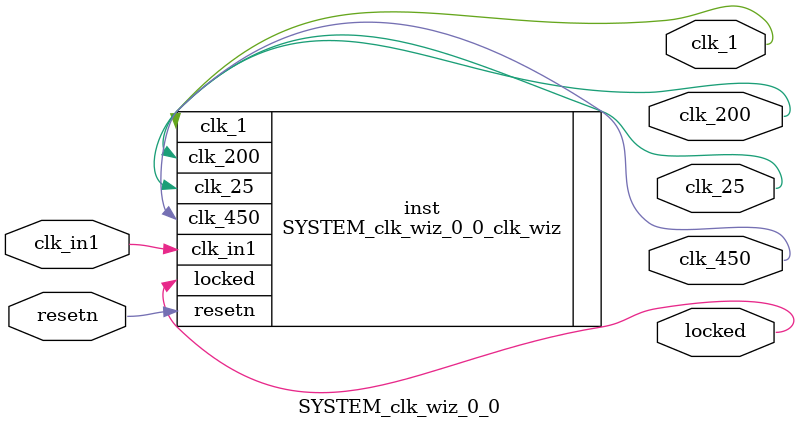
<source format=v>


`timescale 1ps/1ps

(* CORE_GENERATION_INFO = "SYSTEM_clk_wiz_0_0,clk_wiz_v6_0_3_0_0,{component_name=SYSTEM_clk_wiz_0_0,use_phase_alignment=true,use_min_o_jitter=false,use_max_i_jitter=false,use_dyn_phase_shift=false,use_inclk_switchover=false,use_dyn_reconfig=false,enable_axi=0,feedback_source=FDBK_AUTO,PRIMITIVE=MMCM,num_out_clk=4,clkin1_period=10.000,clkin2_period=10.000,use_power_down=false,use_reset=true,use_locked=true,use_inclk_stopped=false,feedback_type=SINGLE,CLOCK_MGR_TYPE=NA,manual_override=false}" *)

module SYSTEM_clk_wiz_0_0 
 (
  // Clock out ports
  output        clk_1,
  output        clk_200,
  output        clk_25,
  output        clk_450,
  // Status and control signals
  input         resetn,
  output        locked,
 // Clock in ports
  input         clk_in1
 );

  SYSTEM_clk_wiz_0_0_clk_wiz inst
  (
  // Clock out ports  
  .clk_1(clk_1),
  .clk_200(clk_200),
  .clk_25(clk_25),
  .clk_450(clk_450),
  // Status and control signals               
  .resetn(resetn), 
  .locked(locked),
 // Clock in ports
  .clk_in1(clk_in1)
  );

endmodule

</source>
